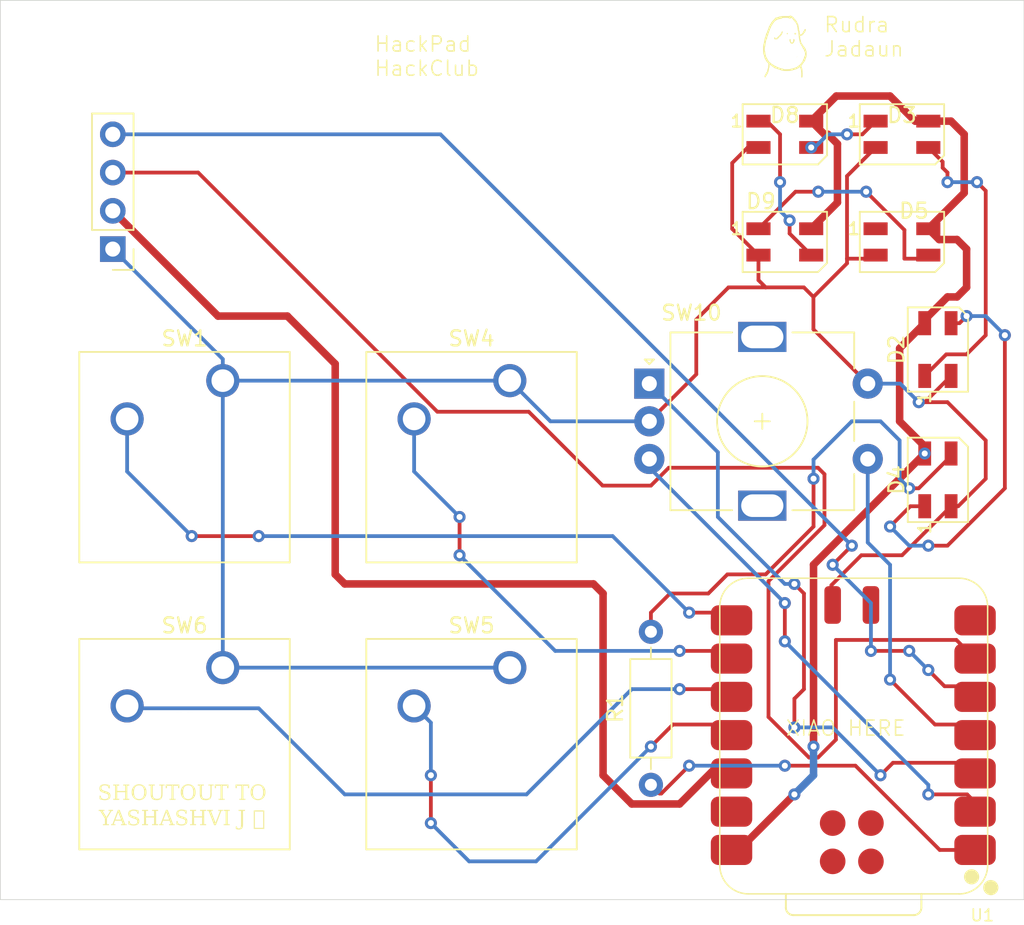
<source format=kicad_pcb>
(kicad_pcb (version 20241229) (generator "pcbnew") (generator_version "9.0")
  (layers (0 "F.Cu" signal) (2 "B.Cu" signal) (13 "F.Paste" user) (15 "B.Paste" user) (5 "F.SilkS" user "F.Silkscreen") (7 "B.SilkS" user "B.Silkscreen") (1 "F.Mask" user) (3 "B.Mask" user) (25 "Edge.Cuts" user))
  (net 0 "")
  (net 1 "GND")
  (net 2 "Net-(D2-DOUT)")
  (net 3 "Net-(D2-DIN)")
  (net 4 "+5V")
  (net 5 "Net-(D3-DOUT)")
  (net 6 "Net-(D5-DIN)")
  (net 7 "Net-(D8-DOUT)")
  (net 8 "+3.3V")
  (net 9 "Net-(J1-Pin_3)")
  (net 10 "Net-(J1-Pin_4)")
  (net 11 "Net-(U1-GPIO26_A0_D0)")
  (net 12 "Net-(U1-GPIO1_D7_CSn_RX)")
  (net 13 "Net-(U1-GPIO2_D8_SCK)")
  (net 14 "Net-(U1-GPIO3_D10_MOSI)")
  (net 15 "Net-(U1-GPIO4_D9_MISO)")
  (net 16 "Net-(U1-GPIO28_A2_D2)")
  (net 17 "Net-(U1-GPIO29_A3_D3)")
  (net 18 "Net-(U1-GPIO27_A1_D1)")
  (net 26 "Net-(D4-DIN)")
  (footprint "clipboard:3450b7d9-dfd6-41d4-ae07-18e35f7bdc76" (layer "F.Cu") (at 126.262812 81.298145)
    (property "Reference" "" (at 0 0 0) (layer "F.SilkS") (effects (font (size 1.27 1.27))))
    (property "Value" "")
  )
  (footprint "Connector_PinHeader_2.54mm:PinHeader_1x04_P2.54mm_Vertical" (layer "F.Cu") (at 80.48625 92.71 180)
    (property "Reference" "J1" (hide yes))
    (property "Value" "Conn_01x04" (hide yes))
    (pad "1" thru_hole rect (at 0 0 180) (size 1.7 1.7) (drill 1) (layers "*.Cu" "*.Mask") (net 1 "GND"))
    (pad "2" thru_hole circle (at 0 2.54 180) (size 1.7 1.7) (drill 1) (layers "*.Cu" "*.Mask") (net 8 "+3.3V"))
    (pad "3" thru_hole circle (at 0 5.08 180) (size 1.7 1.7) (drill 1) (layers "*.Cu" "*.Mask") (net 9 "Net-(J1-Pin_3)"))
    (pad "4" thru_hole circle (at 0 7.62 180) (size 1.7 1.7) (drill 1) (layers "*.Cu" "*.Mask") (net 10 "Net-(J1-Pin_4)"))
  )
  (footprint "Button_Switch_Keyboard:SW_Cherry_MX_1.00u_PCB" (layer "F.Cu") (at 87.78875 101.44125)
    (property "Reference" "SW1" (at -2.54 -2.794 0) (layer "F.SilkS"))
    (property "Value" "SW_Push")
    (pad "" np_thru_hole circle (at -7.62 5.08) (size 1.7 1.7) (drill 1.7) (layers "*.Cu" "*.Mask"))
    (pad "" np_thru_hole circle (at -2.54 5.08) (size 4 4) (drill 4) (layers "*.Cu" "*.Mask"))
    (pad "" np_thru_hole circle (at 2.54 5.08) (size 1.7 1.7) (drill 1.7) (layers "*.Cu" "*.Mask"))
    (pad "1" thru_hole circle (at 0 0) (size 2.2 2.2) (drill 1.5) (layers "*.Cu" "*.Mask") (net 1 "GND"))
    (pad "2" thru_hole circle (at -6.35 2.54) (size 2.2 2.2) (drill 1.5) (layers "*.Cu" "*.Mask") (net 12 "Net-(U1-GPIO1_D7_CSn_RX)"))
  )
  (footprint "Button_Switch_Keyboard:SW_Cherry_MX_1.00u_PCB" (layer "F.Cu") (at 106.83875 101.44125)
    (property "Reference" "SW4" (at -2.54 -2.794 0) (layer "F.SilkS"))
    (property "Value" "SW_Push")
    (pad "" np_thru_hole circle (at -7.62 5.08) (size 1.7 1.7) (drill 1.7) (layers "*.Cu" "*.Mask"))
    (pad "" np_thru_hole circle (at -2.54 5.08) (size 4 4) (drill 4) (layers "*.Cu" "*.Mask"))
    (pad "" np_thru_hole circle (at 2.54 5.08) (size 1.7 1.7) (drill 1.7) (layers "*.Cu" "*.Mask"))
    (pad "1" thru_hole circle (at 0 0) (size 2.2 2.2) (drill 1.5) (layers "*.Cu" "*.Mask") (net 1 "GND"))
    (pad "2" thru_hole circle (at -6.35 2.54) (size 2.2 2.2) (drill 1.5) (layers "*.Cu" "*.Mask") (net 13 "Net-(U1-GPIO2_D8_SCK)"))
  )
  (footprint "LED_SMD:LED_SK6812MINI_PLCC4_3.5x3.5mm_P1.75mm" (layer "F.Cu") (at 132.87 85.09)
    (property "Reference" "D3" (at 0 -1.27 0) (layer "F.SilkS"))
    (property "Value" "SK6812MINI" (hide yes))
    (fp_text user "1" (at -3.2 -0.875 0) (layer "F.SilkS") (effects (font (size 0.8 0.8))))
    (pad "1" smd rect (at -1.75 -0.875) (size 1.6 0.85) (layers "F.Cu" "F.Mask" "F.Paste") (net 5 "Net-(D3-DOUT)"))
    (pad "2" smd rect (at -1.75 0.875) (size 1.6 0.85) (layers "F.Cu" "F.Mask" "F.Paste") (net 1 "GND"))
    (pad "3" smd rect (at 1.75 0.875) (size 1.6 0.85) (layers "F.Cu" "F.Mask" "F.Paste") (net 2 "Net-(D2-DOUT)"))
    (pad "4" smd rect (at 1.75 -0.875) (size 1.6 0.85) (layers "F.Cu" "F.Mask" "F.Paste") (net 4 "+5V"))
  )
  (footprint "LED_SMD:LED_SK6812MINI_PLCC4_3.5x3.5mm_P1.75mm" (layer "F.Cu") (at 125.095 92.23375)
    (property "Reference" "D9" (at -1.5875 -2.69875 0) (layer "F.SilkS"))
    (property "Value" "SK6812MINI" (hide yes))
    (fp_text user "1" (at -3.2 -0.875 0) (layer "F.SilkS") (effects (font (size 0.8 0.8))))
    (pad "1" smd rect (at -1.75 -0.875) (size 1.6 0.85) (layers "F.Cu" "F.Mask" "F.Paste") (net 6 "Net-(D5-DIN)"))
    (pad "2" smd rect (at -1.75 0.875) (size 1.6 0.85) (layers "F.Cu" "F.Mask" "F.Paste") (net 1 "GND"))
    (pad "3" smd rect (at 1.75 0.875) (size 1.6 0.85) (layers "F.Cu" "F.Mask" "F.Paste") (net 7 "Net-(D8-DOUT)"))
    (pad "4" smd rect (at 1.75 -0.875) (size 1.6 0.85) (layers "F.Cu" "F.Mask" "F.Paste") (net 4 "+5V"))
  )
  (footprint "Button_Switch_Keyboard:SW_Cherry_MX_1.00u_PCB" (layer "F.Cu") (at 87.78875 120.49125)
    (property "Reference" "SW6" (at -2.54 -2.794 0) (layer "F.SilkS"))
    (property "Value" "SW_Push")
    (pad "" np_thru_hole circle (at -7.62 5.08) (size 1.7 1.7) (drill 1.7) (layers "*.Cu" "*.Mask"))
    (pad "" np_thru_hole circle (at -2.54 5.08) (size 4 4) (drill 4) (layers "*.Cu" "*.Mask"))
    (pad "" np_thru_hole circle (at 2.54 5.08) (size 1.7 1.7) (drill 1.7) (layers "*.Cu" "*.Mask"))
    (pad "1" thru_hole circle (at 0 0) (size 2.2 2.2) (drill 1.5) (layers "*.Cu" "*.Mask") (net 1 "GND"))
    (pad "2" thru_hole circle (at -6.35 2.54) (size 2.2 2.2) (drill 1.5) (layers "*.Cu" "*.Mask") (net 15 "Net-(U1-GPIO4_D9_MISO)"))
  )
  (footprint "Resistor_THT:R_Axial_DIN0207_L6.3mm_D2.5mm_P10.16mm_Horizontal" (layer "F.Cu") (at 116.205 128.27 90)
    (property "Reference" "R1" (at 5.08 -2.37 90) (layer "F.SilkS"))
    (property "Value" "R")
    (pad "1" thru_hole circle (at 0 0 90) (size 1.6 1.6) (drill 0.8) (layers "*.Cu" "*.Mask") (net 11 "Net-(U1-GPIO26_A0_D0)"))
    (pad "2" thru_hole circle (at 10.16 0 90) (size 1.6 1.6) (drill 0.8) (layers "*.Cu" "*.Mask") (net 26 "Net-(D4-DIN)"))
  )
  (footprint "Rotary_Encoder:RotaryEncoder_Alps_EC11E-Switch_Vertical_H20mm" (layer "F.Cu") (at 116.09875 101.64)
    (property "Reference" "SW10" (at 2.8 -4.7 0) (layer "F.SilkS"))
    (property "Value" "RotaryEncoder_Switch")
    (pad "A" thru_hole rect (at 0 0) (size 2 2) (drill 1) (layers "*.Cu" "*.Mask") (net 16 "Net-(U1-GPIO28_A2_D2)"))
    (pad "B" thru_hole circle (at 0 5) (size 2 2) (drill 1) (layers "*.Cu" "*.Mask") (net 18 "Net-(U1-GPIO27_A1_D1)"))
    (pad "C" thru_hole circle (at 0 2.5) (size 2 2) (drill 1) (layers "*.Cu" "*.Mask") (net 1 "GND"))
    (pad "MP" thru_hole rect (at 7.5 -3.1) (size 3.2 2) (drill oval 2.8 1.5) (layers "*.Cu" "*.Mask"))
    (pad "MP" thru_hole rect (at 7.5 8.1) (size 3.2 2) (drill oval 2.8 1.5) (layers "*.Cu" "*.Mask"))
    (pad "S1" thru_hole circle (at 14.5 5) (size 2 2) (drill 1) (layers "*.Cu" "*.Mask") (net 17 "Net-(U1-GPIO29_A3_D3)"))
    (pad "S2" thru_hole circle (at 14.5 0) (size 2 2) (drill 1) (layers "*.Cu" "*.Mask") (net 1 "GND"))
  )
  (footprint "LED_SMD:LED_SK6812MINI_PLCC4_3.5x3.5mm_P1.75mm" (layer "F.Cu") (at 135.255 108.0275 90)
    (property "Reference" "D4" (at 0 -2.75 90) (layer "F.SilkS"))
    (property "Value" "SK6812MINI" (hide yes))
    (fp_text user "1" (at -3.2 -0.875 90) (layer "F.SilkS") (effects (font (size 0.8 0.8))))
    (pad "1" smd rect (at -1.75 -0.875 90) (size 1.6 0.85) (layers "F.Cu" "F.Mask" "F.Paste") (net 3 "Net-(D2-DIN)"))
    (pad "2" smd rect (at -1.75 0.875 90) (size 1.6 0.85) (layers "F.Cu" "F.Mask" "F.Paste") (net 1 "GND"))
    (pad "3" smd rect (at 1.75 0.875 90) (size 1.6 0.85) (layers "F.Cu" "F.Mask" "F.Paste") (net 26 "Net-(D4-DIN)"))
    (pad "4" smd rect (at 1.75 -0.875 90) (size 1.6 0.85) (layers "F.Cu" "F.Mask" "F.Paste") (net 4 "+5V"))
  )
  (footprint "opl:XIAO-RP2040-SMD" (layer "F.Cu") (at 129.722 124.972 180)
    (property "Reference" "U1" (at -9.335 -11.5 0) (layer "F.SilkS") (effects (font (size 0.78232 0.78232) (thickness 0.10668)) (justify right top)))
    (property "Value" "XIAO-RP2040-SMD" (hide yes))
    (pad "1" smd roundrect (at -8 -7.62 180) (size 2.75 2) (layers "F.Cu" "F.Mask" "F.Paste") (net 11 "Net-(U1-GPIO26_A0_D0)"))
    (pad "2" smd roundrect (at -8 -5.08 180) (size 2.75 2) (layers "F.Cu" "F.Mask" "F.Paste") (net 18 "Net-(U1-GPIO27_A1_D1)"))
    (pad "3" smd roundrect (at -8 -2.54 180) (size 2.75 2) (layers "F.Cu" "F.Mask" "F.Paste") (net 16 "Net-(U1-GPIO28_A2_D2)"))
    (pad "4" smd roundrect (at -8 0 180) (size 2.75 2) (layers "F.Cu" "F.Mask" "F.Paste") (net 17 "Net-(U1-GPIO29_A3_D3)"))
    (pad "5" smd roundrect (at -8 2.54 180) (size 2.75 2) (layers "F.Cu" "F.Mask" "F.Paste") (net 10 "Net-(J1-Pin_4)"))
    (pad "6" smd roundrect (at -8 5.08 180) (size 2.75 2) (layers "F.Cu" "F.Mask" "F.Paste") (net 9 "Net-(J1-Pin_3)"))
    (pad "7" smd roundrect (at -8 7.62 180) (size 2.75 2) (layers "F.Cu" "F.Mask" "F.Paste"))
    (pad "8" smd roundrect (at 8.165 7.62 180) (size 2.75 2) (layers "F.Cu" "F.Mask" "F.Paste") (net 12 "Net-(U1-GPIO1_D7_CSn_RX)"))
    (pad "9" smd roundrect (at 8.165 5.08 180) (size 2.75 2) (layers "F.Cu" "F.Mask" "F.Paste") (net 13 "Net-(U1-GPIO2_D8_SCK)"))
    (pad "10" smd roundrect (at 8.165 2.54 180) (size 2.75 2) (layers "F.Cu" "F.Mask" "F.Paste") (net 15 "Net-(U1-GPIO4_D9_MISO)"))
    (pad "11" smd roundrect (at 8.165 0 180) (size 2.75 2) (layers "F.Cu" "F.Mask" "F.Paste") (net 14 "Net-(U1-GPIO3_D10_MOSI)"))
    (pad "12" smd roundrect (at 8.165 -2.54 180) (size 2.75 2) (layers "F.Cu" "F.Mask" "F.Paste") (net 8 "+3.3V"))
    (pad "13" smd roundrect (at 8.165 -5.08 180) (size 2.75 2) (layers "F.Cu" "F.Mask" "F.Paste"))
    (pad "14" smd roundrect (at 8.165 -7.62 180) (size 2.75 2) (layers "F.Cu" "F.Mask" "F.Paste") (net 4 "+5V"))
    (pad "15" smd roundrect (at -1.088 8.64 90) (size 2.5 1.1) (layers "F.Cu" "F.Mask" "F.Paste"))
    (pad "16" smd roundrect (at 1.452 8.64 90) (size 2.5 1.1) (layers "F.Cu" "F.Mask" "F.Paste") (net 1 "GND"))
    (pad "17" smd circle (at -1.088 -8.378 180) (size 1.7 1.7) (layers "F.Cu" "F.Mask" "F.Paste"))
    (pad "18" smd circle (at 1.452 -8.378 180) (size 1.7 1.7) (layers "F.Cu" "F.Mask" "F.Paste"))
    (pad "19" smd circle (at -1.088 -5.838 180) (size 1.7 1.7) (layers "F.Cu" "F.Mask" "F.Paste"))
    (pad "20" smd circle (at 1.452 -5.838 180) (size 1.7 1.7) (layers "F.Cu" "F.Mask" "F.Paste"))
  )
  (footprint "LED_SMD:LED_SK6812MINI_PLCC4_3.5x3.5mm_P1.75mm" (layer "F.Cu") (at 125.095 85.09)
    (property "Reference" "D8" (at 0 -1.27 0) (layer "F.SilkS"))
    (property "Value" "SK6812MINI" (hide yes))
    (fp_text user "1" (at -3.2 -0.875 0) (layer "F.SilkS") (effects (font (size 0.8 0.8))))
    (pad "1" smd rect (at -1.75 -0.875) (size 1.6 0.85) (layers "F.Cu" "F.Mask" "F.Paste") (net 7 "Net-(D8-DOUT)"))
    (pad "2" smd rect (at -1.75 0.875) (size 1.6 0.85) (layers "F.Cu" "F.Mask" "F.Paste") (net 1 "GND"))
    (pad "3" smd rect (at 1.75 0.875) (size 1.6 0.85) (layers "F.Cu" "F.Mask" "F.Paste") (net 5 "Net-(D3-DOUT)"))
    (pad "4" smd rect (at 1.75 -0.875) (size 1.6 0.85) (layers "F.Cu" "F.Mask" "F.Paste") (net 4 "+5V"))
  )
  (footprint "LED_SMD:LED_SK6812MINI_PLCC4_3.5x3.5mm_P1.75mm" (layer "F.Cu") (at 132.87 92.23375)
    (property "Reference" "D5" (at 0.7975 -2.06375 0) (layer "F.SilkS"))
    (property "Value" "SK6812MINI" (hide yes))
    (fp_text user "1" (at -3.2 -0.875 0) (layer "F.SilkS") (effects (font (size 0.8 0.8))))
    (pad "1" smd rect (at -1.75 -0.875) (size 1.6 0.85) (layers "F.Cu" "F.Mask" "F.Paste"))
    (pad "2" smd rect (at -1.75 0.875) (size 1.6 0.85) (layers "F.Cu" "F.Mask" "F.Paste") (net 1 "GND"))
    (pad "3" smd rect (at 1.75 0.875) (size 1.6 0.85) (layers "F.Cu" "F.Mask" "F.Paste") (net 6 "Net-(D5-DIN)"))
    (pad "4" smd rect (at 1.75 -0.875) (size 1.6 0.85) (layers "F.Cu" "F.Mask" "F.Paste") (net 4 "+5V"))
  )
  (footprint "Button_Switch_Keyboard:SW_Cherry_MX_1.00u_PCB" (layer "F.Cu") (at 106.83875 120.49125)
    (property "Reference" "SW5" (at -2.54 -2.794 0) (layer "F.SilkS"))
    (property "Value" "SW_Push")
    (pad "" np_thru_hole circle (at -7.62 5.08) (size 1.7 1.7) (drill 1.7) (layers "*.Cu" "*.Mask"))
    (pad "" np_thru_hole circle (at -2.54 5.08) (size 4 4) (drill 4) (layers "*.Cu" "*.Mask"))
    (pad "" np_thru_hole circle (at 2.54 5.08) (size 1.7 1.7) (drill 1.7) (layers "*.Cu" "*.Mask"))
    (pad "1" thru_hole circle (at 0 0) (size 2.2 2.2) (drill 1.5) (layers "*.Cu" "*.Mask") (net 1 "GND"))
    (pad "2" thru_hole circle (at -6.35 2.54) (size 2.2 2.2) (drill 1.5) (layers "*.Cu" "*.Mask") (net 14 "Net-(U1-GPIO3_D10_MOSI)"))
  )
  (footprint "LED_SMD:LED_SK6812MINI_PLCC4_3.5x3.5mm_P1.75mm" (layer "F.Cu") (at 135.255 99.3775 90)
    (property "Reference" "D2" (at 0 -2.75 90) (layer "F.SilkS"))
    (property "Value" "SK6812MINI" (hide yes))
    (fp_text user "1" (at -3.2 -0.875 90) (layer "F.SilkS") (effects (font (size 0.8 0.8))))
    (pad "1" smd rect (at -1.75 -0.875 90) (size 1.6 0.85) (layers "F.Cu" "F.Mask" "F.Paste") (net 2 "Net-(D2-DOUT)"))
    (pad "2" smd rect (at -1.75 0.875 90) (size 1.6 0.85) (layers "F.Cu" "F.Mask" "F.Paste") (net 1 "GND"))
    (pad "3" smd rect (at 1.75 0.875 90) (size 1.6 0.85) (layers "F.Cu" "F.Mask" "F.Paste") (net 3 "Net-(D2-DIN)"))
    (pad "4" smd rect (at 1.75 -0.875 90) (size 1.6 0.85) (layers "F.Cu" "F.Mask" "F.Paste") (net 4 "+5V"))
  )
  (gr_rect (start 73.025 76.2) (end 140.97 135.89) (stroke (width 0.05)) (fill no) (layer "Edge.Cuts"))
  (gr_text "HackPad\nHackClub" (at 97.79 81.298145 0) (layer "F.SilkS") (effects (font (size 1 1) (thickness 0.1)) (justify left bottom)))
  (gr_text "SHOUTOUT TO\nYASHASHVI J 😎" (at 85.09 128.27 0) (layer "F.SilkS") (effects (font (size 1 1)) (justify top)))
  (gr_text "XIAO HERE" (at 125.095 125.095 0) (layer "F.SilkS") (effects (font (size 1 1) (thickness 0.1)) (justify left bottom)))
  (gr_text "Rudra \nJadaun" (at 127.635 80.01 0) (layer "F.SilkS") (effects (font (size 1 1) (thickness 0.1)) (justify left bottom)))
  (segment (start 132.8775 113.03) (end 130.175 113.03) (width 0.25) (layer "F.Cu") (net 1))
  (segment (start 123.345 94.77) (end 123.825 95.25) (width 0.25) (layer "F.Cu") (net 1))
  (segment (start 136.13 109.7775) (end 136.6025 109.7775) (width 0.25) (layer "F.Cu") (net 1))
  (segment (start 121.35875 95.25) (end 123.825 95.25) (width 0.25) (layer "F.Cu") (net 1))
  (segment (start 129.2225 87.8625) (end 129.2225 93.345) (width 0.25) (layer "F.Cu") (net 1))
  (segment (start 129.2225 87.8625) (end 131.12 85.965) (width 0.25) (layer "F.Cu") (net 1))
  (segment (start 138.43 107.95) (end 138.43 105.41) (width 0.25) (layer "F.Cu") (net 1))
  (segment (start 122.6325 85.965) (end 121.6025 86.995) (width 0.25) (layer "F.Cu") (net 1))
  (segment (start 129.2225 93.655) (end 126.9925 95.885) (width 0.25) (layer "F.Cu") (net 1))
  (segment (start 119.2175 101.02125) (end 116.09875 104.14) (width 0.25) (layer "F.Cu") (net 1))
  (segment (start 129.2225 93.345) (end 129.2225 93.655) (width 0.25) (layer "F.Cu") (net 1))
  (segment (start 126.3575 95.25) (end 126.9925 95.885) (width 0.25) (layer "F.Cu") (net 1))
  (segment (start 126.9925 95.885) (end 126.9925 98.03375) (width 0.25) (layer "F.Cu") (net 1))
  (segment (start 121.6025 91.36625) (end 123.345 93.10875) (width 0.25) (layer "F.Cu") (net 1))
  (segment (start 119.2175 101.02125) (end 119.2175 97.39125) (width 0.25) (layer "F.Cu") (net 1))
  (segment (start 133.985 102.87) (end 134.3875 102.87) (width 0.25) (layer "F.Cu") (net 1))
  (segment (start 130.88375 93.345) (end 129.2225 93.345) (width 0.25) (layer "F.Cu") (net 1))
  (segment (start 128.18425 115.02075) (end 128.18425 117.38925) (width 0.25) (layer "F.Cu") (net 1))
  (segment (start 131.12 93.10875) (end 130.88375 93.345) (width 0.25) (layer "F.Cu") (net 1))
  (segment (start 135.89 102.87) (end 133.985 102.87) (width 0.25) (layer "F.Cu") (net 1))
  (segment (start 123.345 85.965) (end 122.6325 85.965) (width 0.25) (layer "F.Cu") (net 1))
  (segment (start 130.175 113.03) (end 128.18425 115.02075) (width 0.25) (layer "F.Cu") (net 1))
  (segment (start 136.13 109.7775) (end 132.8775 113.03) (width 0.25) (layer "F.Cu") (net 1))
  (segment (start 126.9925 98.03375) (end 130.59875 101.64) (width 0.25) (layer "F.Cu") (net 1))
  (segment (start 123.825 95.25) (end 126.3575 95.25) (width 0.25) (layer "F.Cu") (net 1))
  (segment (start 121.6025 86.995) (end 121.6025 91.36625) (width 0.25) (layer "F.Cu") (net 1))
  (segment (start 136.6025 109.7775) (end 138.43 107.95) (width 0.25) (layer "F.Cu") (net 1))
  (segment (start 119.2175 97.39125) (end 121.35875 95.25) (width 0.25) (layer "F.Cu") (net 1))
  (segment (start 123.345 93.10875) (end 123.345 94.77) (width 0.25) (layer "F.Cu") (net 1))
  (segment (start 134.3875 102.87) (end 136.13 101.1275) (width 0.25) (layer "F.Cu") (net 1))
  (segment (start 138.43 105.41) (end 135.89 102.87) (width 0.25) (layer "F.Cu") (net 1))
  (via (at 133.985 102.87) (size 0.8) (drill 0.4) (layers "F.Cu" "B.Cu") (net 1))
  (segment (start 87.78875 120.49125) (end 106.83875 120.49125) (width 0.25) (layer "B.Cu") (net 1))
  (segment (start 87.78875 101.44125) (end 106.83875 101.44125) (width 0.25) (layer "B.Cu") (net 1))
  (segment (start 87.78875 101.44125) (end 87.78875 120.49125) (width 0.25) (layer "B.Cu") (net 1))
  (segment (start 87.78875 100.0125) (end 80.48625 92.71) (width 0.25) (layer "B.Cu") (net 1))
  (segment (start 87.78875 101.44125) (end 87.78875 100.0125) (width 0.25) (layer "B.Cu") (net 1))
  (segment (start 116.09875 104.14) (end 109.5375 104.14) (width 0.25) (layer "B.Cu") (net 1))
  (segment (start 130.59875 101.64) (end 132.755 101.64) (width 0.25) (layer "B.Cu") (net 1))
  (segment (start 132.755 101.64) (end 133.985 102.87) (width 0.25) (layer "B.Cu") (net 1))
  (segment (start 109.5375 104.14) (end 106.83875 101.44125) (width 0.25) (layer "B.Cu") (net 1))
  (segment (start 138.43 88.84375) (end 137.85125 88.265) (width 0.25) (layer "F.Cu") (net 2))
  (segment (start 138.43 98.425) (end 137.16 99.695) (width 0.25) (layer "F.Cu") (net 2))
  (segment (start 135.8125 99.695) (end 134.38 101.1275) (width 0.25) (layer "F.Cu") (net 2))
  (segment (start 135.89 88.265) (end 135.89 87.63) (width 0.25) (layer "F.Cu") (net 2))
  (segment (start 135.5725 87.3125) (end 135.5725 86.9175) (width 0.25) (layer "F.Cu") (net 2))
  (segment (start 135.89 87.63) (end 135.5725 87.3125) (width 0.25) (layer "F.Cu") (net 2))
  (segment (start 138.43 98.425) (end 138.43 88.84375) (width 0.25) (layer "F.Cu") (net 2))
  (segment (start 137.16 99.695) (end 135.8125 99.695) (width 0.25) (layer "F.Cu") (net 2))
  (segment (start 135.5725 86.9175) (end 134.62 85.965) (width 0.25) (layer "F.Cu") (net 2))
  (via (at 137.85125 88.265) (size 0.8) (drill 0.4) (layers "F.Cu" "B.Cu") (net 2))
  (via (at 135.89 88.265) (size 0.8) (drill 0.4) (layers "F.Cu" "B.Cu") (net 2))
  (segment (start 137.85125 88.265) (end 135.89 88.265) (width 0.25) (layer "B.Cu") (net 2))
  (segment (start 135.89 112.395) (end 134.62 112.395) (width 0.25) (layer "F.Cu") (net 3))
  (segment (start 139.7 108.585) (end 135.89 112.395) (width 0.25) (layer "F.Cu") (net 3))
  (segment (start 139.7 98.425) (end 139.7 108.585) (width 0.25) (layer "F.Cu") (net 3))
  (segment (start 136.6875 97.6275) (end 137.16 97.155) (width 0.25) (layer "F.Cu") (net 3))
  (segment (start 132.08 111.125) (end 133.4275 109.7775) (width 0.25) (layer "F.Cu") (net 3))
  (segment (start 136.13 97.6275) (end 136.6875 97.6275) (width 0.25) (layer "F.Cu") (net 3))
  (segment (start 133.4275 109.7775) (end 134.38 109.7775) (width 0.25) (layer "F.Cu") (net 3))
  (via (at 134.62 112.395) (size 0.8) (drill 0.4) (layers "F.Cu" "B.Cu") (net 3))
  (via (at 132.08 111.125) (size 0.8) (drill 0.4) (layers "F.Cu" "B.Cu") (net 3))
  (via (at 137.16 97.155) (size 0.8) (drill 0.4) (layers "F.Cu" "B.Cu") (net 3))
  (via (at 139.7 98.425) (size 0.8) (drill 0.4) (layers "F.Cu" "B.Cu") (net 3))
  (segment (start 132.08 111.125) (end 133.35 112.395) (width 0.25) (layer "B.Cu") (net 3))
  (segment (start 137.16 97.155) (end 138.43 97.155) (width 0.25) (layer "B.Cu") (net 3))
  (segment (start 134.62 112.395) (end 133.35 112.395) (width 0.25) (layer "B.Cu") (net 3))
  (segment (start 138.43 97.155) (end 139.7 98.425) (width 0.25) (layer "B.Cu") (net 3))
  (segment (start 127 125.73) (end 127 113.6575) (width 0.5) (layer "F.Cu") (net 4))
  (segment (start 134.62 91.35875) (end 135.33625 92.075) (width 0.5) (layer "F.Cu") (net 4))
  (segment (start 137.16 95.25) (end 136.525 95.885) (width 0.5) (layer "F.Cu") (net 4))
  (segment (start 136.12625 84.215) (end 137.00125 85.09) (width 0.5) (layer "F.Cu") (net 4))
  (segment (start 126.845 84.215) (end 127.72 85.09) (width 0.5) (layer "F.Cu") (net 4))
  (segment (start 127.72 85.09) (end 127.9525 85.09) (width 0.5) (layer "F.Cu") (net 4))
  (segment (start 137.16 92.71) (end 137.16 95.25) (width 0.5) (layer "F.Cu") (net 4))
  (segment (start 128.5875 89.61625) (end 126.845 91.35875) (width 0.5) (layer "F.Cu") (net 4))
  (segment (start 127.9525 85.09) (end 128.5875 85.725) (width 0.5) (layer "F.Cu") (net 4))
  (segment (start 132.715 99.2925) (end 134.38 97.6275) (width 0.5) (layer "F.Cu") (net 4))
  (segment (start 137.00125 88.9775) (end 134.62 91.35875) (width 0.5) (layer "F.Cu") (net 4))
  (segment (start 133.745 84.215) (end 132.08 82.55) (width 0.5) (layer "F.Cu") (net 4))
  (segment (start 121.557 132.592) (end 122.043 132.592) (width 0.5) (layer "F.Cu") (net 4))
  (segment (start 134.62 84.215) (end 133.745 84.215) (width 0.5) (layer "F.Cu") (net 4))
  (segment (start 128.51 82.55) (end 126.845 84.215) (width 0.5) (layer "F.Cu") (net 4))
  (segment (start 127 113.6575) (end 134.38 106.2775) (width 0.5) (layer "F.Cu") (net 4))
  (segment (start 135.33625 92.075) (end 136.525 92.075) (width 0.5) (layer "F.Cu") (net 4))
  (segment (start 134.38 106.2775) (end 134.38 105.805) (width 0.5) (layer "F.Cu") (net 4))
  (segment (start 132.715 104.14) (end 132.715 99.2925) (width 0.5) (layer "F.Cu") (net 4))
  (segment (start 134.38 97.395) (end 134.38 97.6275) (width 0.5) (layer "F.Cu") (net 4))
  (segment (start 136.525 92.075) (end 137.16 92.71) (width 0.5) (layer "F.Cu") (net 4))
  (segment (start 134.38 105.805) (end 132.715 104.14) (width 0.5) (layer "F.Cu") (net 4))
  (segment (start 136.525 95.885) (end 135.89 95.885) (width 0.5) (layer "F.Cu") (net 4))
  (segment (start 128.5875 85.725) (end 128.5875 89.61625) (width 0.5) (layer "F.Cu") (net 4))
  (segment (start 132.08 82.55) (end 128.51 82.55) (width 0.5) (layer "F.Cu") (net 4))
  (segment (start 134.62 84.215) (end 136.12625 84.215) (width 0.5) (layer "F.Cu") (net 4))
  (segment (start 135.89 95.885) (end 134.38 97.395) (width 0.5) (layer "F.Cu") (net 4))
  (segment (start 122.043 132.592) (end 125.73 128.905) (width 0.5) (layer "F.Cu") (net 4))
  (segment (start 137.00125 85.09) (end 137.00125 88.9775) (width 0.5) (layer "F.Cu") (net 4))
  (via (at 125.73 128.905) (size 0.8) (drill 0.4) (layers "F.Cu" "B.Cu") (net 4))
  (via (at 134.38 106.2775) (size 0.8) (drill 0.4) (layers "F.Cu" "B.Cu") (net 4))
  (via (at 127 125.73) (size 0.8) (drill 0.4) (layers "F.Cu" "B.Cu") (net 4))
  (segment (start 125.73 128.905) (end 127 127.635) (width 0.5) (layer "B.Cu") (net 4))
  (segment (start 127 127.635) (end 127 125.73) (width 0.5) (layer "B.Cu") (net 4))
  (segment (start 130.245 85.09) (end 129.2225 85.09) (width 0.25) (layer "F.Cu") (net 5))
  (segment (start 131.12 84.215) (end 130.245 85.09) (width 0.25) (layer "F.Cu") (net 5))
  (via (at 126.845 85.965) (size 0.8) (drill 0.4) (layers "F.Cu" "B.Cu") (net 5))
  (via (at 129.2225 85.09) (size 0.8) (drill 0.4) (layers "F.Cu" "B.Cu") (net 5))
  (segment (start 127.0775 85.965) (end 126.845 85.965) (width 0.25) (layer "B.Cu") (net 5))
  (segment (start 127.9525 85.09) (end 127.0775 85.965) (width 0.25) (layer "B.Cu") (net 5))
  (segment (start 129.2225 85.09) (end 127.9525 85.09) (width 0.25) (layer "B.Cu") (net 5))
  (segment (start 130.4925 88.9) (end 133.0325 91.44) (width 0.25) (layer "F.Cu") (net 6))
  (segment (start 123.345 91.35875) (end 125.80375 88.9) (width 0.25) (layer "F.Cu") (net 6))
  (segment (start 134.38375 93.345) (end 134.62 93.10875) (width 0.25) (layer "F.Cu") (net 6))
  (segment (start 133.0325 93.345) (end 134.38375 93.345) (width 0.25) (layer "F.Cu") (net 6))
  (segment (start 125.80375 88.9) (end 127.3175 88.9) (width 0.25) (layer "F.Cu") (net 6))
  (segment (start 133.0325 91.44) (end 133.0325 93.345) (width 0.25) (layer "F.Cu") (net 6))
  (via (at 127.3175 88.9) (size 0.8) (drill 0.4) (layers "F.Cu" "B.Cu") (net 6))
  (via (at 130.4925 88.9) (size 0.8) (drill 0.4) (layers "F.Cu" "B.Cu") (net 6))
  (segment (start 127.3175 88.9) (end 130.4925 88.9) (width 0.25) (layer "B.Cu") (net 6))
  (segment (start 125.4125 90.805) (end 125.4125 91.67625) (width 0.25) (layer "F.Cu") (net 7))
  (segment (start 124.7775 85.09) (end 124.7775 88.265) (width 0.25) (layer "F.Cu") (net 7))
  (segment (start 125.4125 91.67625) (end 126.845 93.10875) (width 0.25) (layer "F.Cu") (net 7))
  (segment (start 123.9025 84.215) (end 124.7775 85.09) (width 0.25) (layer "F.Cu") (net 7))
  (segment (start 123.345 84.215) (end 123.9025 84.215) (width 0.25) (layer "F.Cu") (net 7))
  (via (at 125.4125 90.805) (size 0.8) (drill 0.4) (layers "F.Cu" "B.Cu") (net 7))
  (via (at 124.7775 88.265) (size 0.8) (drill 0.4) (layers "F.Cu" "B.Cu") (net 7))
  (segment (start 124.7775 88.265) (end 124.7775 90.17) (width 0.25) (layer "B.Cu") (net 7))
  (segment (start 124.7775 90.17) (end 125.4125 90.805) (width 0.25) (layer "B.Cu") (net 7))
  (segment (start 95.885 114.935) (end 95.25 114.3) (width 0.5) (layer "F.Cu") (net 8))
  (segment (start 95.25 114.3) (end 95.25 100.33) (width 0.5) (layer "F.Cu") (net 8))
  (segment (start 112.395 114.935) (end 95.885 114.935) (width 0.5) (layer "F.Cu") (net 8))
  (segment (start 113.03 115.57) (end 112.395 114.935) (width 0.5) (layer "F.Cu") (net 8))
  (segment (start 92.075 97.155) (end 87.47125 97.155) (width 0.5) (layer "F.Cu") (net 8))
  (segment (start 118.11 129.54) (end 114.935 129.54) (width 0.5) (layer "F.Cu") (net 8))
  (segment (start 121.47125 126.8055) (end 120.8445 126.8055) (width 0.5) (layer "F.Cu") (net 8))
  (segment (start 95.25 100.33) (end 92.075 97.155) (width 0.5) (layer "F.Cu") (net 8))
  (segment (start 87.47125 97.155) (end 80.48625 90.17) (width 0.5) (layer "F.Cu") (net 8))
  (segment (start 114.935 129.54) (end 113.03 127.635) (width 0.5) (layer "F.Cu") (net 8))
  (segment (start 120.8445 126.8055) (end 118.11 129.54) (width 0.5) (layer "F.Cu") (net 8))
  (segment (start 113.03 127.635) (end 113.03 115.57) (width 0.5) (layer "F.Cu") (net 8))
  (segment (start 126.69928 126.456) (end 124.01181 123.76853) (width 0.25) (layer "F.Cu") (net 9))
  (segment (start 116.205 108.408998) (end 113.000324 108.408998) (width 0.25) (layer "F.Cu") (net 9))
  (segment (start 124.01181 123.76853) (end 124.01181 114.751) (width 0.25) (layer "F.Cu") (net 9))
  (segment (start 128.484438 118.654) (end 128.484438 125.272282) (width 0.25) (layer "F.Cu") (net 9))
  (segment (start 137.722 119.892) (end 136.484 118.654) (width 0.25) (layer "F.Cu") (net 9))
  (segment (start 113.000324 108.408998) (end 108.096326 103.505) (width 0.25) (layer "F.Cu") (net 9))
  (segment (start 136.484 118.654) (end 128.484438 118.654) (width 0.25) (layer "F.Cu") (net 9))
  (segment (start 102.029169 103.505) (end 86.154169 87.63) (width 0.25) (layer "F.Cu") (net 9))
  (segment (start 117.389998 107.224) (end 116.205 108.408998) (width 0.25) (layer "F.Cu") (net 9))
  (segment (start 86.154169 87.63) (end 80.48625 87.63) (width 0.25) (layer "F.Cu") (net 9))
  (segment (start 127.30072 107.224) (end 117.389998 107.224) (width 0.25) (layer "F.Cu") (net 9))
  (segment (start 124.01181 114.751) (end 127.726 111.03681) (width 0.25) (layer "F.Cu") (net 9))
  (segment (start 127.30072 126.456) (end 126.69928 126.456) (width 0.25) (layer "F.Cu") (net 9))
  (segment (start 127.726 111.03681) (end 127.726 107.64928) (width 0.25) (layer "F.Cu") (net 9))
  (segment (start 108.096326 103.505) (end 102.029169 103.505) (width 0.25) (layer "F.Cu") (net 9))
  (segment (start 128.484438 125.272282) (end 127.30072 126.456) (width 0.25) (layer "F.Cu") (net 9))
  (segment (start 127.726 107.64928) (end 127.30072 107.224) (width 0.25) (layer "F.Cu") (net 9))
  (segment (start 134.62 120.65) (end 135.6955 121.7255) (width 0.25) (layer "F.Cu") (net 10))
  (segment (start 135.6955 121.7255) (end 137.63625 121.7255) (width 0.25) (layer "F.Cu") (net 10))
  (segment (start 129.54 112.395) (end 128.27 113.665) (width 0.25) (layer "F.Cu") (net 10))
  (segment (start 130.81 119.38) (end 133.35 119.38) (width 0.25) (layer "F.Cu") (net 10))
  (via (at 129.54 112.395) (size 0.8) (drill 0.4) (layers "F.Cu" "B.Cu") (net 10))
  (via (at 130.81 119.38) (size 0.8) (drill 0.4) (layers "F.Cu" "B.Cu") (net 10))
  (via (at 128.27 113.665) (size 0.8) (drill 0.4) (layers "F.Cu" "B.Cu") (net 10))
  (via (at 134.62 120.65) (size 0.8) (drill 0.4) (layers "F.Cu" "B.Cu") (net 10))
  (via (at 133.35 119.38) (size 0.8) (drill 0.4) (layers "F.Cu" "B.Cu") (net 10))
  (segment (start 80.48625 85.09) (end 102.235 85.09) (width 0.25) (layer "B.Cu") (net 10))
  (segment (start 130.81 116.205) (end 130.81 119.38) (width 0.25) (layer "B.Cu") (net 10))
  (segment (start 133.35 119.38) (end 134.62 120.65) (width 0.25) (layer "B.Cu") (net 10))
  (segment (start 128.27 113.665) (end 130.81 116.205) (width 0.25) (layer "B.Cu") (net 10))
  (segment (start 102.235 85.09) (end 129.54 112.395) (width 0.25) (layer "B.Cu") (net 10))
  (segment (start 125.095 127) (end 129.78328 127) (width 0.25) (layer "F.Cu") (net 11))
  (segment (start 135.37528 132.592) (end 137.722 132.592) (width 0.25) (layer "F.Cu") (net 11))
  (segment (start 116.781 128.846) (end 116.899 128.846) (width 0.25) (layer "F.Cu") (net 11))
  (segment (start 116.899 128.846) (end 118.745 127) (width 0.25) (layer "F.Cu") (net 11))
  (segment (start 129.78328 127) (end 135.37528 132.592) (width 0.25) (layer "F.Cu") (net 11))
  (segment (start 116.205 128.27) (end 116.781 128.846) (width 0.25) (layer "F.Cu") (net 11))
  (via (at 125.095 127) (size 0.8) (drill 0.4) (layers "F.Cu" "B.Cu") (net 11))
  (via (at 118.745 127) (size 0.8) (drill 0.4) (layers "F.Cu" "B.Cu") (net 11))
  (segment (start 118.745 127) (end 125.095 127) (width 0.25) (layer "B.Cu") (net 11))
  (segment (start 118.745 116.84) (end 121.27675 116.84) (width 0.25) (layer "F.Cu") (net 12))
  (segment (start 85.725 111.76) (end 90.17 111.76) (width 0.25) (layer "F.Cu") (net 12))
  (via (at 90.17 111.76) (size 0.8) (drill 0.4) (layers "F.Cu" "B.Cu") (net 12))
  (via (at 118.745 116.84) (size 0.8) (drill 0.4) (layers "F.Cu" "B.Cu") (net 12))
  (via (at 85.725 111.76) (size 0.8) (drill 0.4) (layers "F.Cu" "B.Cu") (net 12))
  (segment (start 113.665 111.76) (end 118.745 116.84) (width 0.25) (layer "B.Cu") (net 12))
  (segment (start 81.43875 107.47375) (end 85.725 111.76) (width 0.25) (layer "B.Cu") (net 12))
  (segment (start 81.43875 103.98125) (end 81.43875 107.47375) (width 0.25) (layer "B.Cu") (net 12))
  (segment (start 90.17 111.76) (end 113.665 111.76) (width 0.25) (layer "B.Cu") (net 12))
  (segment (start 118.11 119.38) (end 121.27675 119.38) (width 0.25) (layer "F.Cu") (net 13))
  (segment (start 103.505 110.49) (end 103.505 113.03) (width 0.25) (layer "F.Cu") (net 13))
  (via (at 103.505 113.03) (size 0.8) (drill 0.4) (layers "F.Cu" "B.Cu") (net 13))
  (via (at 118.11 119.38) (size 0.8) (drill 0.4) (layers "F.Cu" "B.Cu") (net 13))
  (via (at 103.505 110.49) (size 0.8) (drill 0.4) (layers "F.Cu" "B.Cu") (net 13))
  (segment (start 103.505 113.03) (end 109.855 119.38) (width 0.25) (layer "B.Cu") (net 13))
  (segment (start 100.48875 107.47375) (end 103.505 110.49) (width 0.25) (layer "B.Cu") (net 13))
  (segment (start 100.48875 103.98125) (end 100.48875 107.47375) (width 0.25) (layer "B.Cu") (net 13))
  (segment (start 109.855 119.38) (end 118.11 119.38) (width 0.25) (layer "B.Cu") (net 13))
  (segment (start 117.6695 124.2655) (end 121.47125 124.2655) (width 0.25) (layer "F.Cu") (net 14))
  (segment (start 116.205 125.73) (end 117.6695 124.2655) (width 0.25) (layer "F.Cu") (net 14))
  (segment (start 101.6 127.635) (end 101.6 130.81) (width 0.25) (layer "F.Cu") (net 14))
  (via (at 101.6 130.81) (size 0.8) (drill 0.4) (layers "F.Cu" "B.Cu") (net 14))
  (via (at 116.205 125.73) (size 0.8) (drill 0.4) (layers "F.Cu" "B.Cu") (net 14))
  (via (at 101.6 127.635) (size 0.8) (drill 0.4) (layers "F.Cu" "B.Cu") (net 14))
  (segment (start 101.6 124.1425) (end 101.6 127.635) (width 0.25) (layer "B.Cu") (net 14))
  (segment (start 100.48875 123.03125) (end 101.6 124.1425) (width 0.25) (layer "B.Cu") (net 14))
  (segment (start 104.14 133.35) (end 108.585 133.35) (width 0.25) (layer "B.Cu") (net 14))
  (segment (start 101.6 130.81) (end 104.14 133.35) (width 0.25) (layer "B.Cu") (net 14))
  (segment (start 108.585 133.35) (end 116.205 125.73) (width 0.25) (layer "B.Cu") (net 14))
  (segment (start 118.11 121.92) (end 121.27675 121.92) (width 0.25) (layer "F.Cu") (net 15))
  (via (at 118.11 121.92) (size 0.8) (drill 0.4) (layers "F.Cu" "B.Cu") (net 15))
  (segment (start 114.935 121.92) (end 118.11 121.92) (width 0.25) (layer "B.Cu") (net 15))
  (segment (start 81.5975 123.19) (end 90.17 123.19) (width 0.25) (layer "B.Cu") (net 15))
  (segment (start 107.95 128.905) (end 114.935 121.92) (width 0.25) (layer "B.Cu") (net 15))
  (segment (start 81.43875 123.03125) (end 81.5975 123.19) (width 0.25) (layer "B.Cu") (net 15))
  (segment (start 95.885 128.905) (end 107.95 128.905) (width 0.25) (layer "B.Cu") (net 15))
  (segment (start 90.17 123.19) (end 95.885 128.905) (width 0.25) (layer "B.Cu") (net 15))
  (segment (start 126.365 115.57) (end 126.365 121.92) (width 0.25) (layer "F.Cu") (net 16))
  (segment (start 132.2745 126.8055) (end 137.63625 126.8055) (width 0.25) (layer "F.Cu") (net 16))
  (segment (start 125.73 114.935) (end 126.365 115.57) (width 0.25) (layer "F.Cu") (net 16))
  (segment (start 126.365 121.92) (end 125.73 122.555) (width 0.25) (layer "F.Cu") (net 16))
  (segment (start 125.73 122.555) (end 125.73 124.46) (width 0.25) (layer "F.Cu") (net 16))
  (segment (start 131.445 127.635) (end 132.2745 126.8055) (width 0.25) (layer "F.Cu") (net 16))
  (via (at 131.445 127.635) (size 0.8) (drill 0.4) (layers "F.Cu" "B.Cu") (net 16))
  (via (at 125.73 114.935) (size 0.8) (drill 0.4) (layers "F.Cu" "B.Cu") (net 16))
  (via (at 125.73 124.46) (size 0.8) (drill 0.4) (layers "F.Cu" "B.Cu") (net 16))
  (segment (start 125.73 124.46) (end 128.27 124.46) (width 0.25) (layer "B.Cu") (net 16))
  (segment (start 125.095 114.935) (end 125.73 114.935) (width 0.25) (layer "B.Cu") (net 16))
  (segment (start 116.09875 101.64) (end 120.65 106.19125) (width 0.25) (layer "B.Cu") (net 16))
  (segment (start 120.65 106.19125) (end 120.65 110.49) (width 0.25) (layer "B.Cu") (net 16))
  (segment (start 120.65 110.49) (end 125.095 114.935) (width 0.25) (layer "B.Cu") (net 16))
  (segment (start 128.27 124.46) (end 131.445 127.635) (width 0.25) (layer "B.Cu") (net 16))
  (segment (start 132.08 121.285) (end 135.0605 124.2655) (width 0.25) (layer "F.Cu") (net 17))
  (segment (start 135.0605 124.2655) (end 137.63625 124.2655) (width 0.25) (layer "F.Cu") (net 17))
  (via (at 132.08 121.285) (size 0.8) (drill 0.4) (layers "F.Cu" "B.Cu") (net 17))
  (segment (start 130.59875 106.64) (end 130.59875 112.18375) (width 0.25) (layer "B.Cu") (net 17))
  (segment (start 130.59875 112.18375) (end 132.08 113.665) (width 0.25) (layer "B.Cu") (net 17))
  (segment (start 132.08 113.665) (end 132.08 121.285) (width 0.25) (layer "B.Cu") (net 17))
  (segment (start 125.095 116.205) (end 125.095 118.745) (width 0.25) (layer "F.Cu") (net 18))
  (segment (start 137.19575 128.905) (end 137.63625 129.3455) (width 0.25) (layer "F.Cu") (net 18))
  (segment (start 134.62 128.905) (end 137.19575 128.905) (width 0.25) (layer "F.Cu") (net 18))
  (via (at 134.62 128.905) (size 0.8) (drill 0.4) (layers "F.Cu" "B.Cu") (net 18))
  (via (at 125.095 118.745) (size 0.8) (drill 0.4) (layers "F.Cu" "B.Cu") (net 18))
  (via (at 125.095 116.205) (size 0.8) (drill 0.4) (layers "F.Cu" "B.Cu") (net 18))
  (segment (start 116.09875 107.20875) (end 125.095 116.205) (width 0.25) (layer "B.Cu") (net 18))
  (segment (start 134.62 128.27) (end 134.62 128.905) (width 0.25) (layer "B.Cu") (net 18))
  (segment (start 125.095 118.745) (end 134.62 128.27) (width 0.25) (layer "B.Cu") (net 18))
  (segment (start 116.09875 106.64) (end 116.09875 107.20875) (width 0.25) (layer "B.Cu") (net 18))
  (segment (start 127 111.125) (end 123.825 114.3) (width 0.25) (layer "F.Cu") (net 26))
  (segment (start 121.285 114.3) (end 120.015 115.57) (width 0.25) (layer "F.Cu") (net 26))
  (segment (start 136.13 106.2775) (end 136.13 106.44) (width 0.25) (layer "F.Cu") (net 26))
  (segment (start 117.475 115.57) (end 116.205 116.84) (width 0.25) (layer "F.Cu") (net 26))
  (segment (start 127 107.95) (end 127 111.125) (width 0.25) (layer "F.Cu") (net 26))
  (segment (start 133.985 108.585) (end 133.35 108.585) (width 0.25) (layer "F.Cu") (net 26))
  (segment (start 120.015 115.57) (end 117.475 115.57) (width 0.25) (layer "F.Cu") (net 26))
  (segment (start 116.205 116.84) (end 116.205 118.11) (width 0.25) (layer "F.Cu") (net 26))
  (segment (start 123.825 114.3) (end 121.285 114.3) (width 0.25) (layer "F.Cu") (net 26))
  (segment (start 136.13 106.44) (end 133.985 108.585) (width 0.25) (layer "F.Cu") (net 26))
  (via (at 127 107.95) (size 0.8) (drill 0.4) (layers "F.Cu" "B.Cu") (net 26))
  (via (at 133.35 108.585) (size 0.8) (drill 0.4) (layers "F.Cu" "B.Cu") (net 26))
  (segment (start 131.445 104.14) (end 129.54 104.14) (width 0.25) (layer "B.Cu") (net 26))
  (segment (start 132.715 105.41) (end 131.445 104.14) (width 0.25) (layer "B.Cu") (net 26))
  (segment (start 127 106.68) (end 127 107.95) (width 0.25) (layer "B.Cu") (net 26))
  (segment (start 133.35 108.585) (end 132.715 107.95) (width 0.25) (layer "B.Cu") (net 26))
  (segment (start 132.715 107.95) (end 132.715 105.41) (width 0.25) (layer "B.Cu") (net 26))
  (segment (start 129.54 104.14) (end 127 106.68) (width 0.25) (layer "B.Cu") (net 26))
)
</source>
